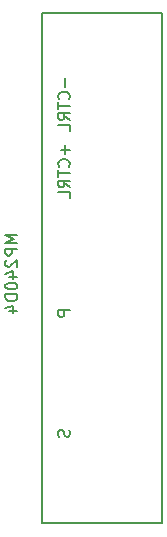
<source format=gbo>
%FSLAX34Y34*%
G04 Gerber Fmt 3.4, Leading zero omitted, Abs format*
G04 (created by PCBNEW (2013-jul-14)-product) date Don 20 Mär 2014 21:02:24 CET*
%MOIN*%
G01*
G70*
G90*
G04 APERTURE LIST*
%ADD10C,0.005906*%
G04 APERTURE END LIST*
G54D10*
X56250Y-40500D02*
X56250Y-23500D01*
X56250Y-23500D02*
X52250Y-23500D01*
X52250Y-23500D02*
X52250Y-40500D01*
X52250Y-40500D02*
X56250Y-40500D01*
X51422Y-30901D02*
X51029Y-30901D01*
X51310Y-31033D01*
X51029Y-31164D01*
X51422Y-31164D01*
X51422Y-31351D02*
X51029Y-31351D01*
X51029Y-31501D01*
X51047Y-31539D01*
X51066Y-31558D01*
X51104Y-31576D01*
X51160Y-31576D01*
X51197Y-31558D01*
X51216Y-31539D01*
X51235Y-31501D01*
X51235Y-31351D01*
X51066Y-31726D02*
X51047Y-31745D01*
X51029Y-31783D01*
X51029Y-31876D01*
X51047Y-31914D01*
X51066Y-31933D01*
X51104Y-31951D01*
X51141Y-31951D01*
X51197Y-31933D01*
X51422Y-31708D01*
X51422Y-31951D01*
X51160Y-32289D02*
X51422Y-32289D01*
X51010Y-32195D02*
X51291Y-32101D01*
X51291Y-32345D01*
X51029Y-32570D02*
X51029Y-32607D01*
X51047Y-32645D01*
X51066Y-32664D01*
X51104Y-32682D01*
X51179Y-32701D01*
X51272Y-32701D01*
X51347Y-32682D01*
X51385Y-32664D01*
X51404Y-32645D01*
X51422Y-32607D01*
X51422Y-32570D01*
X51404Y-32532D01*
X51385Y-32514D01*
X51347Y-32495D01*
X51272Y-32476D01*
X51179Y-32476D01*
X51104Y-32495D01*
X51066Y-32514D01*
X51047Y-32532D01*
X51029Y-32570D01*
X51422Y-32870D02*
X51029Y-32870D01*
X51029Y-32964D01*
X51047Y-33020D01*
X51085Y-33057D01*
X51122Y-33076D01*
X51197Y-33095D01*
X51254Y-33095D01*
X51329Y-33076D01*
X51366Y-33057D01*
X51404Y-33020D01*
X51422Y-32964D01*
X51422Y-32870D01*
X51160Y-33432D02*
X51422Y-33432D01*
X51010Y-33339D02*
X51291Y-33245D01*
X51291Y-33489D01*
X53178Y-33396D02*
X52784Y-33396D01*
X52784Y-33546D01*
X52803Y-33584D01*
X52821Y-33603D01*
X52859Y-33621D01*
X52915Y-33621D01*
X52953Y-33603D01*
X52971Y-33584D01*
X52990Y-33546D01*
X52990Y-33396D01*
X53159Y-37387D02*
X53178Y-37443D01*
X53178Y-37537D01*
X53159Y-37574D01*
X53140Y-37593D01*
X53103Y-37612D01*
X53065Y-37612D01*
X53028Y-37593D01*
X53009Y-37574D01*
X52990Y-37537D01*
X52971Y-37462D01*
X52953Y-37425D01*
X52934Y-37406D01*
X52896Y-37387D01*
X52859Y-37387D01*
X52821Y-37406D01*
X52803Y-37425D01*
X52784Y-37462D01*
X52784Y-37556D01*
X52803Y-37612D01*
X53028Y-25646D02*
X53028Y-25946D01*
X53140Y-26359D02*
X53159Y-26340D01*
X53178Y-26284D01*
X53178Y-26246D01*
X53159Y-26190D01*
X53121Y-26153D01*
X53084Y-26134D01*
X53009Y-26115D01*
X52953Y-26115D01*
X52878Y-26134D01*
X52840Y-26153D01*
X52803Y-26190D01*
X52784Y-26246D01*
X52784Y-26284D01*
X52803Y-26340D01*
X52821Y-26359D01*
X52784Y-26471D02*
X52784Y-26696D01*
X53178Y-26584D02*
X52784Y-26584D01*
X53178Y-27053D02*
X52990Y-26921D01*
X53178Y-26828D02*
X52784Y-26828D01*
X52784Y-26978D01*
X52803Y-27015D01*
X52821Y-27034D01*
X52859Y-27053D01*
X52915Y-27053D01*
X52953Y-27034D01*
X52971Y-27015D01*
X52990Y-26978D01*
X52990Y-26828D01*
X53178Y-27409D02*
X53178Y-27221D01*
X52784Y-27221D01*
X53028Y-27896D02*
X53028Y-28196D01*
X53178Y-28046D02*
X52878Y-28046D01*
X53140Y-28609D02*
X53159Y-28590D01*
X53178Y-28534D01*
X53178Y-28496D01*
X53159Y-28440D01*
X53121Y-28403D01*
X53084Y-28384D01*
X53009Y-28365D01*
X52953Y-28365D01*
X52878Y-28384D01*
X52840Y-28403D01*
X52803Y-28440D01*
X52784Y-28496D01*
X52784Y-28534D01*
X52803Y-28590D01*
X52821Y-28609D01*
X52784Y-28721D02*
X52784Y-28946D01*
X53178Y-28834D02*
X52784Y-28834D01*
X53178Y-29303D02*
X52990Y-29171D01*
X53178Y-29078D02*
X52784Y-29078D01*
X52784Y-29228D01*
X52803Y-29265D01*
X52821Y-29284D01*
X52859Y-29303D01*
X52915Y-29303D01*
X52953Y-29284D01*
X52971Y-29265D01*
X52990Y-29228D01*
X52990Y-29078D01*
X53178Y-29659D02*
X53178Y-29471D01*
X52784Y-29471D01*
M02*

</source>
